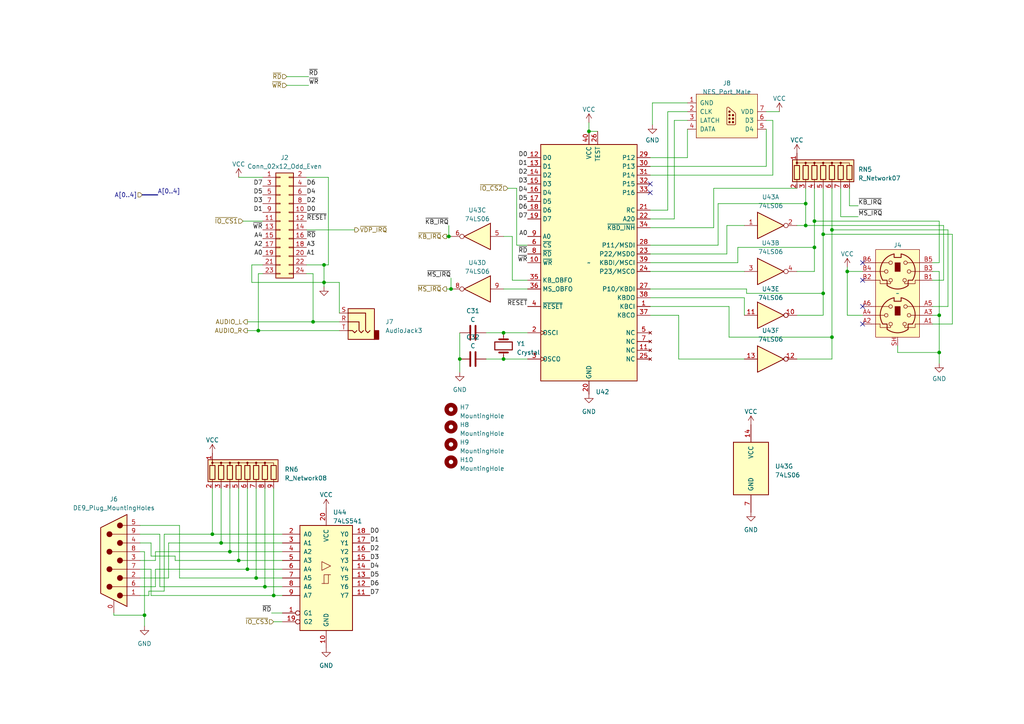
<source format=kicad_sch>
(kicad_sch (version 20230121) (generator eeschema)
  (paper "A4")
  (lib_symbols
    (symbol "74xx:74LS06" (pin_names (offset 1.016))
      (property "Reference" "U" (at 0 1.27 0))
      (property "Value" "74LS06" (at 0 -1.27 0))
      (symbol "74LS06_1_0"
        (polyline (pts (xy -3.81 3.81) (xy -3.81 -3.81) (xy 3.81 0) (xy -3.81 3.81)) (stroke (width 0.254)) (fill (type background)))
        (pin input line (at -7.62 0 0) (length 3.81) (name "~") (number "1"))
        (pin open_collector inverted (at 7.62 0 180) (length 3.81) (name "~") (number "2"))
      )
      (symbol "74LS06_2_0"
        (polyline (pts (xy -3.81 3.81) (xy -3.81 -3.81) (xy 3.81 0) (xy -3.81 3.81)) (stroke (width 0.254)) (fill (type background)))
        (pin input line (at -7.62 0 0) (length 3.81) (name "~") (number "3"))
        (pin open_collector inverted (at 7.62 0 180) (length 3.81) (name "~") (number "4"))
      )
      (symbol "74LS06_3_0"
        (polyline (pts (xy -3.81 3.81) (xy -3.81 -3.81) (xy 3.81 0) (xy -3.81 3.81)) (stroke (width 0.254)) (fill (type background)))
        (pin input line (at -7.62 0 0) (length 3.81) (name "~") (number "5"))
        (pin open_collector inverted (at 7.62 0 180) (length 3.81) (name "~") (number "6"))
      )
      (symbol "74LS06_4_0"
        (polyline (pts (xy -3.81 3.81) (xy -3.81 -3.81) (xy 3.81 0) (xy -3.81 3.81)) (stroke (width 0.254)) (fill (type background)))
        (pin open_collector inverted (at 7.62 0 180) (length 3.81) (name "~") (number "8"))
        (pin input line (at -7.62 0 0) (length 3.81) (name "~") (number "9"))
      )
      (symbol "74LS06_5_0"
        (polyline (pts (xy -3.81 3.81) (xy -3.81 -3.81) (xy 3.81 0) (xy -3.81 3.81)) (stroke (width 0.254)) (fill (type background)))
        (pin open_collector inverted (at 7.62 0 180) (length 3.81) (name "~") (number "10"))
        (pin input line (at -7.62 0 0) (length 3.81) (name "~") (number "11"))
      )
      (symbol "74LS06_6_0"
        (polyline (pts (xy -3.81 3.81) (xy -3.81 -3.81) (xy 3.81 0) (xy -3.81 3.81)) (stroke (width 0.254)) (fill (type background)))
        (pin open_collector inverted (at 7.62 0 180) (length 3.81) (name "~") (number "12"))
        (pin input line (at -7.62 0 0) (length 3.81) (name "~") (number "13"))
      )
      (symbol "74LS06_7_0"
        (pin power_in line (at 0 12.7 270) (length 5.08) (name "VCC") (number "14"))
        (pin power_in line (at 0 -12.7 90) (length 5.08) (name "GND") (number "7"))
      )
      (symbol "74LS06_7_1"
        (rectangle (start -5.08 7.62) (end 5.08 -7.62) (stroke (width 0.254)) (fill (type background)))
      )
    )
    (symbol "74xx:74LS541" (pin_names (offset 1.016))
      (property "Reference" "U" (at -7.62 16.51 0))
      (property "Value" "74LS541" (at -7.62 -16.51 0))
      (symbol "74LS541_1_0"
        (polyline (pts (xy -0.635 -1.6002) (xy -0.635 0.9398) (xy 0.635 0.9398)))
        (polyline (pts (xy -1.27 -1.6002) (xy 0.635 -1.6002) (xy 0.635 0.9398) (xy 1.27 0.9398)))
        (polyline (pts (xy 1.27 3.4798) (xy -1.27 4.7498) (xy -1.27 2.2098) (xy 1.27 3.4798)) (stroke (width 0.1524)))
        (pin input inverted (at -12.7 -10.16 0) (length 5.08) (name "G1") (number "1"))
        (pin power_in line (at 0 -20.32 90) (length 5.08) (name "GND") (number "10"))
        (pin tri_state line (at 12.7 -5.08 180) (length 5.08) (name "Y7") (number "11"))
        (pin tri_state line (at 12.7 -2.54 180) (length 5.08) (name "Y6") (number "12"))
        (pin tri_state line (at 12.7 0 180) (length 5.08) (name "Y5") (number "13"))
        (pin tri_state line (at 12.7 2.54 180) (length 5.08) (name "Y4") (number "14"))
        (pin tri_state line (at 12.7 5.08 180) (length 5.08) (name "Y3") (number "15"))
        (pin tri_state line (at 12.7 7.62 180) (length 5.08) (name "Y2") (number "16"))
        (pin tri_state line (at 12.7 10.16 180) (length 5.08) (name "Y1") (number "17"))
        (pin tri_state line (at 12.7 12.7 180) (length 5.08) (name "Y0") (number "18"))
        (pin input inverted (at -12.7 -12.7 0) (length 5.08) (name "G2") (number "19"))
        (pin input line (at -12.7 12.7 0) (length 5.08) (name "A0") (number "2"))
        (pin power_in line (at 0 20.32 270) (length 5.08) (name "VCC") (number "20"))
        (pin input line (at -12.7 10.16 0) (length 5.08) (name "A1") (number "3"))
        (pin input line (at -12.7 7.62 0) (length 5.08) (name "A2") (number "4"))
        (pin input line (at -12.7 5.08 0) (length 5.08) (name "A3") (number "5"))
        (pin input line (at -12.7 2.54 0) (length 5.08) (name "A4") (number "6"))
        (pin input line (at -12.7 0 0) (length 5.08) (name "A5") (number "7"))
        (pin input line (at -12.7 -2.54 0) (length 5.08) (name "A6") (number "8"))
        (pin input line (at -12.7 -5.08 0) (length 5.08) (name "A7") (number "9"))
      )
      (symbol "74LS541_1_1"
        (rectangle (start -7.62 15.24) (end 7.62 -15.24) (stroke (width 0.254)) (fill (type background)))
      )
    )
    (symbol "Connector:DE9_Plug_MountingHoles" (pin_names (offset 1.016) hide)
      (property "Reference" "J" (at 0 16.51 0))
      (property "Value" "DE9_Plug_MountingHoles" (at 0 14.605 0))
      (symbol "DE9_Plug_MountingHoles_0_1"
        (circle (center -1.778 -10.16) (radius 0.762) (fill (type outline)))
        (circle (center -1.778 -5.08) (radius 0.762) (fill (type outline)))
        (circle (center -1.778 0) (radius 0.762) (fill (type outline)))
        (circle (center -1.778 5.08) (radius 0.762) (fill (type outline)))
        (circle (center -1.778 10.16) (radius 0.762) (fill (type outline)))
        (polyline (pts (xy -3.81 -10.16) (xy -2.54 -10.16)))
        (polyline (pts (xy -3.81 -7.62) (xy 0.508 -7.62)))
        (polyline (pts (xy -3.81 -5.08) (xy -2.54 -5.08)))
        (polyline (pts (xy -3.81 -2.54) (xy 0.508 -2.54)))
        (polyline (pts (xy -3.81 0) (xy -2.54 0)))
        (polyline (pts (xy -3.81 2.54) (xy 0.508 2.54)))
        (polyline (pts (xy -3.81 5.08) (xy -2.54 5.08)))
        (polyline (pts (xy -3.81 7.62) (xy 0.508 7.62)))
        (polyline (pts (xy -3.81 10.16) (xy -2.54 10.16)))
        (polyline (pts (xy -3.81 -13.335) (xy -3.81 13.335) (xy 3.81 9.525) (xy 3.81 -9.525) (xy -3.81 -13.335)) (stroke (width 0.254)) (fill (type background)))
        (circle (center 1.27 -7.62) (radius 0.762) (fill (type outline)))
        (circle (center 1.27 -2.54) (radius 0.762) (fill (type outline)))
        (circle (center 1.27 2.54) (radius 0.762) (fill (type outline)))
        (circle (center 1.27 7.62) (radius 0.762) (fill (type outline)))
      )
      (symbol "DE9_Plug_MountingHoles_1_1"
        (pin passive line (at 0 -15.24 90) (length 3.81) (name "PAD") (number "0"))
        (pin passive line (at -7.62 -10.16 0) (length 3.81) (name "1") (number "1"))
        (pin passive line (at -7.62 -5.08 0) (length 3.81) (name "2") (number "2"))
        (pin passive line (at -7.62 0 0) (length 3.81) (name "3") (number "3"))
        (pin passive line (at -7.62 5.08 0) (length 3.81) (name "4") (number "4"))
        (pin passive line (at -7.62 10.16 0) (length 3.81) (name "5") (number "5"))
        (pin passive line (at -7.62 -7.62 0) (length 3.81) (name "6") (number "6"))
        (pin passive line (at -7.62 -2.54 0) (length 3.81) (name "7") (number "7"))
        (pin passive line (at -7.62 2.54 0) (length 3.81) (name "8") (number "8"))
        (pin passive line (at -7.62 7.62 0) (length 3.81) (name "9") (number "9"))
      )
    )
    (symbol "Connector_Audio:AudioJack3"
      (property "Reference" "J" (at 0 8.89 0))
      (property "Value" "AudioJack3" (at 0 6.35 0))
      (symbol "AudioJack3_0_1"
        (rectangle (start -5.08 -5.08) (end -6.35 -2.54) (stroke (width 0.254)) (fill (type outline)))
        (polyline (pts (xy 0 -2.54) (xy 0.635 -3.175) (xy 1.27 -2.54) (xy 2.54 -2.54)) (stroke (width 0.254)))
        (polyline (pts (xy -1.905 -2.54) (xy -1.27 -3.175) (xy -0.635 -2.54) (xy -0.635 0) (xy 2.54 0)) (stroke (width 0.254)))
        (polyline (pts (xy 2.54 2.54) (xy -2.54 2.54) (xy -2.54 -2.54) (xy -3.175 -3.175) (xy -3.81 -2.54)) (stroke (width 0.254)))
        (rectangle (start 2.54 3.81) (end -5.08 -5.08) (stroke (width 0.254)) (fill (type background)))
      )
      (symbol "AudioJack3_1_1"
        (pin passive line (at 5.08 0 180) (length 2.54) (name "~") (number "R"))
        (pin passive line (at 5.08 2.54 180) (length 2.54) (name "~") (number "S"))
        (pin passive line (at 5.08 -2.54 180) (length 2.54) (name "~") (number "T"))
      )
    )
    (symbol "Connector_Generic:Conn_02x12_Odd_Even" (pin_names (offset 1.016) hide)
      (property "Reference" "J" (at 1.27 15.24 0))
      (property "Value" "Conn_02x12_Odd_Even" (at 1.27 -17.78 0))
      (symbol "Conn_02x12_Odd_Even_1_1"
        (rectangle (start -1.27 -15.113) (end 0 -15.367) (stroke (width 0.1524)))
        (rectangle (start -1.27 -12.573) (end 0 -12.827) (stroke (width 0.1524)))
        (rectangle (start -1.27 -10.033) (end 0 -10.287) (stroke (width 0.1524)))
        (rectangle (start -1.27 -7.493) (end 0 -7.747) (stroke (width 0.1524)))
        (rectangle (start -1.27 -4.953) (end 0 -5.207) (stroke (width 0.1524)))
        (rectangle (start -1.27 -2.413) (end 0 -2.667) (stroke (width 0.1524)))
        (rectangle (start -1.27 0.127) (end 0 -0.127) (stroke (width 0.1524)))
        (rectangle (start -1.27 2.667) (end 0 2.413) (stroke (width 0.1524)))
        (rectangle (start -1.27 5.207) (end 0 4.953) (stroke (width 0.1524)))
        (rectangle (start -1.27 7.747) (end 0 7.493) (stroke (width 0.1524)))
        (rectangle (start -1.27 10.287) (end 0 10.033) (stroke (width 0.1524)))
        (rectangle (start -1.27 12.827) (end 0 12.573) (stroke (width 0.1524)))
        (rectangle (start -1.27 13.97) (end 3.81 -16.51) (stroke (width 0.254)) (fill (type background)))
        (rectangle (start 3.81 -15.113) (end 2.54 -15.367) (stroke (width 0.1524)))
        (rectangle (start 3.81 -12.573) (end 2.54 -12.827) (stroke (width 0.1524)))
        (rectangle (start 3.81 -10.033) (end 2.54 -10.287) (stroke (width 0.1524)))
        (rectangle (start 3.81 -7.493) (end 2.54 -7.747) (stroke (width 0.1524)))
        (rectangle (start 3.81 -4.953) (end 2.54 -5.207) (stroke (width 0.1524)))
        (rectangle (start 3.81 -2.413) (end 2.54 -2.667) (stroke (width 0.1524)))
        (rectangle (start 3.81 0.127) (end 2.54 -0.127) (stroke (width 0.1524)))
        (rectangle (start 3.81 2.667) (end 2.54 2.413) (stroke (width 0.1524)))
        (rectangle (start 3.81 5.207) (end 2.54 4.953) (stroke (width 0.1524)))
        (rectangle (start 3.81 7.747) (end 2.54 7.493) (stroke (width 0.1524)))
        (rectangle (start 3.81 10.287) (end 2.54 10.033) (stroke (width 0.1524)))
        (rectangle (start 3.81 12.827) (end 2.54 12.573) (stroke (width 0.1524)))
        (pin passive line (at -5.08 12.7 0) (length 3.81) (name "Pin_1") (number "1"))
        (pin passive line (at 7.62 2.54 180) (length 3.81) (name "Pin_10") (number "10"))
        (pin passive line (at -5.08 0 0) (length 3.81) (name "Pin_11") (number "11"))
        (pin passive line (at 7.62 0 180) (length 3.81) (name "Pin_12") (number "12"))
        (pin passive line (at -5.08 -2.54 0) (length 3.81) (name "Pin_13") (number "13"))
        (pin passive line (at 7.62 -2.54 180) (length 3.81) (name "Pin_14") (number "14"))
        (pin passive line (at -5.08 -5.08 0) (length 3.81) (name "Pin_15") (number "15"))
        (pin passive line (at 7.62 -5.08 180) (length 3.81) (name "Pin_16") (number "16"))
        (pin passive line (at -5.08 -7.62 0) (length 3.81) (name "Pin_17") (number "17"))
        (pin passive line (at 7.62 -7.62 180) (length 3.81) (name "Pin_18") (number "18"))
        (pin passive line (at -5.08 -10.16 0) (length 3.81) (name "Pin_19") (number "19"))
        (pin passive line (at 7.62 12.7 180) (length 3.81) (name "Pin_2") (number "2"))
        (pin passive line (at 7.62 -10.16 180) (length 3.81) (name "Pin_20") (number "20"))
        (pin passive line (at -5.08 -12.7 0) (length 3.81) (name "Pin_21") (number "21"))
        (pin passive line (at 7.62 -12.7 180) (length 3.81) (name "Pin_22") (number "22"))
        (pin passive line (at -5.08 -15.24 0) (length 3.81) (name "Pin_23") (number "23"))
        (pin passive line (at 7.62 -15.24 180) (length 3.81) (name "Pin_24") (number "24"))
        (pin passive line (at -5.08 10.16 0) (length 3.81) (name "Pin_3") (number "3"))
        (pin passive line (at 7.62 10.16 180) (length 3.81) (name "Pin_4") (number "4"))
        (pin passive line (at -5.08 7.62 0) (length 3.81) (name "Pin_5") (number "5"))
        (pin passive line (at 7.62 7.62 180) (length 3.81) (name "Pin_6") (number "6"))
        (pin passive line (at -5.08 5.08 0) (length 3.81) (name "Pin_7") (number "7"))
        (pin passive line (at 7.62 5.08 180) (length 3.81) (name "Pin_8") (number "8"))
        (pin passive line (at -5.08 2.54 0) (length 3.81) (name "Pin_9") (number "9"))
      )
    )
    (symbol "Device:C" (pin_numbers hide) (pin_names (offset 0.254))
      (property "Reference" "C" (at 0.635 2.54 0))
      (property "Value" "C" (at 0.635 -2.54 0))
      (symbol "C_0_1"
        (polyline (pts (xy -2.032 -0.762) (xy 2.032 -0.762)) (stroke (width 0.508)))
        (polyline (pts (xy -2.032 0.762) (xy 2.032 0.762)) (stroke (width 0.508)))
      )
      (symbol "C_1_1"
        (pin passive line (at 0 3.81 270) (length 2.794) (name "~") (number "1"))
        (pin passive line (at 0 -3.81 90) (length 2.794) (name "~") (number "2"))
      )
    )
    (symbol "Device:Crystal" (pin_numbers hide) (pin_names (offset 1.016) hide)
      (property "Reference" "Y" (at 0 3.81 0))
      (property "Value" "Crystal" (at 0 -3.81 0))
      (symbol "Crystal_0_1"
        (rectangle (start -1.143 2.54) (end 1.143 -2.54) (stroke (width 0.3048)))
        (polyline (pts (xy -2.54 0) (xy -1.905 0)))
        (polyline (pts (xy -1.905 -1.27) (xy -1.905 1.27)) (stroke (width 0.508)))
        (polyline (pts (xy 1.905 -1.27) (xy 1.905 1.27)) (stroke (width 0.508)))
        (polyline (pts (xy 2.54 0) (xy 1.905 0)))
      )
      (symbol "Crystal_1_1"
        (pin passive line (at -3.81 0 0) (length 1.27) (name "1") (number "1"))
        (pin passive line (at 3.81 0 180) (length 1.27) (name "2") (number "2"))
      )
    )
    (symbol "Device:R_Network07" (pin_names (offset 0) hide)
      (property "Reference" "RN" (at -10.16 0 90))
      (property "Value" "R_Network07" (at 10.16 0 90))
      (symbol "R_Network07_0_1"
        (rectangle (start -8.89 -3.175) (end 8.89 3.175) (stroke (width 0.254)) (fill (type background)))
        (rectangle (start -8.382 1.524) (end -6.858 -2.54) (stroke (width 0.254)))
        (circle (center -7.62 2.286) (radius 0.254) (fill (type outline)))
        (rectangle (start -5.842 1.524) (end -4.318 -2.54) (stroke (width 0.254)))
        (circle (center -5.08 2.286) (radius 0.254) (fill (type outline)))
        (rectangle (start -3.302 1.524) (end -1.778 -2.54) (stroke (width 0.254)))
        (circle (center -2.54 2.286) (radius 0.254) (fill (type outline)))
        (rectangle (start -0.762 1.524) (end 0.762 -2.54) (stroke (width 0.254)))
        (polyline (pts (xy -7.62 -2.54) (xy -7.62 -3.81)))
        (polyline (pts (xy -5.08 -2.54) (xy -5.08 -3.81)))
        (polyline (pts (xy -2.54 -2.54) (xy -2.54 -3.81)))
        (polyline (pts (xy 0 -2.54) (xy 0 -3.81)))
        (polyline (pts (xy 2.54 -2.54) (xy 2.54 -3.81)))
        (polyline (pts (xy 5.08 -2.54) (xy 5.08 -3.81)))
        (polyline (pts (xy 7.62 -2.54) (xy 7.62 -3.81)))
        (polyline (pts (xy -7.62 1.524) (xy -7.62 2.286) (xy -5.08 2.286) (xy -5.08 1.524)))
        (polyline (pts (xy -5.08 1.524) (xy -5.08 2.286) (xy -2.54 2.286) (xy -2.54 1.524)))
        (polyline (pts (xy -2.54 1.524) (xy -2.54 2.286) (xy 0 2.286) (xy 0 1.524)))
        (polyline (pts (xy 0 1.524) (xy 0 2.286) (xy 2.54 2.286) (xy 2.54 1.524)))
        (polyline (pts (xy 2.54 1.524) (xy 2.54 2.286) (xy 5.08 2.286) (xy 5.08 1.524)))
        (polyline (pts (xy 5.08 1.524) (xy 5.08 2.286) (xy 7.62 2.286) (xy 7.62 1.524)))
        (circle (center 0 2.286) (radius 0.254) (fill (type outline)))
        (rectangle (start 1.778 1.524) (end 3.302 -2.54) (stroke (width 0.254)))
        (circle (center 2.54 2.286) (radius 0.254) (fill (type outline)))
        (rectangle (start 4.318 1.524) (end 5.842 -2.54) (stroke (width 0.254)))
        (circle (center 5.08 2.286) (radius 0.254) (fill (type outline)))
        (rectangle (start 6.858 1.524) (end 8.382 -2.54) (stroke (width 0.254)))
      )
      (symbol "R_Network07_1_1"
        (pin passive line (at -7.62 5.08 270) (length 2.54) (name "common") (number "1"))
        (pin passive line (at -7.62 -5.08 90) (length 1.27) (name "R1") (number "2"))
        (pin passive line (at -5.08 -5.08 90) (length 1.27) (name "R2") (number "3"))
        (pin passive line (at -2.54 -5.08 90) (length 1.27) (name "R3") (number "4"))
        (pin passive line (at 0 -5.08 90) (length 1.27) (name "R4") (number "5"))
        (pin passive line (at 2.54 -5.08 90) (length 1.27) (name "R5") (number "6"))
        (pin passive line (at 5.08 -5.08 90) (length 1.27) (name "R6") (number "7"))
        (pin passive line (at 7.62 -5.08 90) (length 1.27) (name "R7") (number "8"))
      )
    )
    (symbol "Device:R_Network08" (pin_names (offset 0) hide)
      (property "Reference" "RN" (at -12.7 0 90))
      (property "Value" "R_Network08" (at 10.16 0 90))
      (symbol "R_Network08_0_1"
        (rectangle (start -11.43 -3.175) (end 8.89 3.175) (stroke (width 0.254)) (fill (type background)))
        (rectangle (start -10.922 1.524) (end -9.398 -2.54) (stroke (width 0.254)))
        (circle (center -10.16 2.286) (radius 0.254) (fill (type outline)))
        (rectangle (start -8.382 1.524) (end -6.858 -2.54) (stroke (width 0.254)))
        (circle (center -7.62 2.286) (radius 0.254) (fill (type outline)))
        (rectangle (start -5.842 1.524) (end -4.318 -2.54) (stroke (width 0.254)))
        (circle (center -5.08 2.286) (radius 0.254) (fill (type outline)))
        (rectangle (start -3.302 1.524) (end -1.778 -2.54) (stroke (width 0.254)))
        (circle (center -2.54 2.286) (radius 0.254) (fill (type outline)))
        (rectangle (start -0.762 1.524) (end 0.762 -2.54) (stroke (width 0.254)))
        (polyline (pts (xy -10.16 -2.54) (xy -10.16 -3.81)))
        (polyline (pts (xy -7.62 -2.54) (xy -7.62 -3.81)))
        (polyline (pts (xy -5.08 -2.54) (xy -5.08 -3.81)))
        (polyline (pts (xy -2.54 -2.54) (xy -2.54 -3.81)))
        (polyline (pts (xy 0 -2.54) (xy 0 -3.81)))
        (polyline (pts (xy 2.54 -2.54) (xy 2.54 -3.81)))
        (polyline (pts (xy 5.08 -2.54) (xy 5.08 -3.81)))
        (polyline (pts (xy 7.62 -2.54) (xy 7.62 -3.81)))
        (polyline (pts (xy -10.16 1.524) (xy -10.16 2.286) (xy -7.62 2.286) (xy -7.62 1.524)))
        (polyline (pts (xy -7.62 1.524) (xy -7.62 2.286) (xy -5.08 2.286) (xy -5.08 1.524)))
        (polyline (pts (xy -5.08 1.524) (xy -5.08 2.286) (xy -2.54 2.286) (xy -2.54 1.524)))
        (polyline (pts (xy -2.54 1.524) (xy -2.54 2.286) (xy 0 2.286) (xy 0 1.524)))
        (polyline (pts (xy 0 1.524) (xy 0 2.286) (xy 2.54 2.286) (xy 2.54 1.524)))
        (polyline (pts (xy 2.54 1.524) (xy 2.54 2.286) (xy 5.08 2.286) (xy 5.08 1.524)))
        (polyline (pts (xy 5.08 1.524) (xy 5.08 2.286) (xy 7.62 2.286) (xy 7.62 1.524)))
        (circle (center 0 2.286) (radius 0.254) (fill (type outline)))
        (rectangle (start 1.778 1.524) (end 3.302 -2.54) (stroke (width 0.254)))
        (circle (center 2.54 2.286) (radius 0.254) (fill (type outline)))
        (rectangle (start 4.318 1.524) (end 5.842 -2.54) (stroke (width 0.254)))
        (circle (center 5.08 2.286) (radius 0.254) (fill (type outline)))
        (rectangle (start 6.858 1.524) (end 8.382 -2.54) (stroke (width 0.254)))
      )
      (symbol "R_Network08_1_1"
        (pin passive line (at -10.16 5.08 270) (length 2.54) (name "common") (number "1"))
        (pin passive line (at -10.16 -5.08 90) (length 1.27) (name "R1") (number "2"))
        (pin passive line (at -7.62 -5.08 90) (length 1.27) (name "R2") (number "3"))
        (pin passive line (at -5.08 -5.08 90) (length 1.27) (name "R3") (number "4"))
        (pin passive line (at -2.54 -5.08 90) (length 1.27) (name "R4") (number "5"))
        (pin passive line (at 0 -5.08 90) (length 1.27) (name "R5") (number "6"))
        (pin passive line (at 2.54 -5.08 90) (length 1.27) (name "R6") (number "7"))
        (pin passive line (at 5.08 -5.08 90) (length 1.27) (name "R7") (number "8"))
        (pin passive line (at 7.62 -5.08 90) (length 1.27) (name "R8") (number "9"))
      )
    )
    (symbol "Mechanical:MountingHole" (pin_names (offset 1.016))
      (property "Reference" "H" (at 0 5.08 0))
      (property "Value" "MountingHole" (at 0 3.175 0))
      (symbol "MountingHole_0_1"
        (circle (center 0 0) (radius 1.27) (stroke (width 1.27)))
      )
    )
    (symbol "New_Library:HT6542B"
      (property "Reference" "U" (at 0 0 0))
      (symbol "HT6542B_0_1"
        (rectangle (start -13.97 34.29) (end 13.97 -34.29) (stroke (width 0.254)) (fill (type background)))
      )
      (symbol "HT6542B_1_1"
        (pin input line (at 17.78 -12.7 180) (length 3.81) (name "KBCI") (number "1"))
        (pin input line (at -17.78 0 0) (length 3.81) (name "~{WR}") (number "10"))
        (pin no_connect line (at 17.78 -25.4 180) (length 3.81) (name "NC") (number "11"))
        (pin tri_state line (at -17.78 30.48 0) (length 3.81) (name "D0") (number "12"))
        (pin tri_state line (at -17.78 27.94 0) (length 3.81) (name "D1") (number "13"))
        (pin tri_state line (at -17.78 25.4 0) (length 3.81) (name "D2") (number "14"))
        (pin tri_state line (at -17.78 22.86 0) (length 3.81) (name "D3") (number "15"))
        (pin tri_state line (at -17.78 20.32 0) (length 3.81) (name "D4") (number "16"))
        (pin tri_state line (at -17.78 17.78 0) (length 3.81) (name "D5") (number "17"))
        (pin tri_state line (at -17.78 15.24 0) (length 3.81) (name "D6") (number "18"))
        (pin tri_state line (at -17.78 12.7 0) (length 3.81) (name "D7") (number "19"))
        (pin bidirectional clock (at -17.78 -20.32 0) (length 3.81) (name "OSCI") (number "2"))
        (pin power_in line (at 0 -38.1 90) (length 3.81) (name "GND") (number "20"))
        (pin output line (at 17.78 15.24 180) (length 3.81) (name "RC") (number "21"))
        (pin output line (at 17.78 12.7 180) (length 3.81) (name "A20") (number "22"))
        (pin bidirectional line (at 17.78 2.54 180) (length 3.81) (name "P22/MSDO") (number "23"))
        (pin bidirectional line (at 17.78 -2.54 180) (length 3.81) (name "P23/MSCO") (number "24"))
        (pin no_connect line (at 17.78 -27.94 180) (length 3.81) (name "NC") (number "25"))
        (pin input line (at 2.54 38.1 270) (length 3.81) (name "TEST") (number "26"))
        (pin bidirectional line (at 17.78 -7.62 180) (length 3.81) (name "P10/KBDI") (number "27"))
        (pin bidirectional line (at 17.78 5.08 180) (length 3.81) (name "P11/MSDI") (number "28"))
        (pin bidirectional line (at 17.78 30.48 180) (length 3.81) (name "P12") (number "29"))
        (pin bidirectional clock (at -17.78 -27.94 0) (length 3.81) (name "OSCO") (number "3"))
        (pin bidirectional line (at 17.78 27.94 180) (length 3.81) (name "P13") (number "30"))
        (pin bidirectional line (at 17.78 25.4 180) (length 3.81) (name "P14") (number "31"))
        (pin bidirectional line (at 17.78 22.86 180) (length 3.81) (name "P15") (number "32"))
        (pin bidirectional line (at 17.78 20.32 180) (length 3.81) (name "P16") (number "33"))
        (pin input line (at 17.78 10.16 180) (length 3.81) (name "~{KBD_INH}") (number "34"))
        (pin output line (at -17.78 -5.08 0) (length 3.81) (name "KB_OBFO") (number "35"))
        (pin output line (at -17.78 -7.62 0) (length 3.81) (name "MS_OBFO") (number "36"))
        (pin output line (at 17.78 -15.24 180) (length 3.81) (name "KBCO") (number "37"))
        (pin output line (at 17.78 -10.16 180) (length 3.81) (name "KBDO") (number "38"))
        (pin input line (at 17.78 0 180) (length 3.81) (name "KBDI/MSCI") (number "39"))
        (pin input line (at -17.78 -12.7 0) (length 3.81) (name "~{RESET}") (number "4"))
        (pin power_in line (at 0 38.1 270) (length 3.81) (name "VCC") (number "40"))
        (pin no_connect line (at 17.78 -20.32 180) (length 3.81) (name "NC") (number "5"))
        (pin input line (at -17.78 5.08 0) (length 3.81) (name "~{CS}") (number "6"))
        (pin no_connect line (at 17.78 -22.86 180) (length 3.81) (name "NC") (number "7"))
        (pin input line (at -17.78 2.54 0) (length 3.81) (name "~{RD}") (number "8"))
        (pin input line (at -17.78 7.62 0) (length 3.81) (name "A0") (number "9"))
      )
    )
    (symbol "New_Library:NES_Port_Male" (pin_names (offset 1.016))
      (property "Reference" "J" (at 0.254 -7.747 0))
      (property "Value" "NES_Port_Male" (at 0 8.255 0))
      (symbol "NES_Port_Male_0_1"
        (rectangle (start -8.89 6.35) (end 8.89 -6.35) (fill (type background)))
        (arc (start 0 -2.286) (mid 0.0744 -2.4656) (end 0.254 -2.54))
        (polyline (pts (xy 0 -2.286) (xy 0 2.286)) (fill (type outline)))
        (polyline (pts (xy 0.254 -2.54) (xy 2.286 -2.54)))
        (polyline (pts (xy 0.508 2.54) (xy 2.286 1.016)))
        (polyline (pts (xy 2.54 0.508) (xy 2.54 -2.286)))
        (arc (start 0.508 2.54) (mid 0.193 2.5351) (end 0 2.286))
        (circle (center 0.762 -1.778) (radius 0.254) (fill (type outline)))
        (circle (center 0.762 -0.762) (radius 0.254) (fill (type outline)))
        (circle (center 0.762 0.254) (radius 0.254) (fill (type outline)))
        (circle (center 0.762 1.27) (radius 0.254) (fill (type outline)))
        (circle (center 1.778 -1.778) (radius 0.254) (fill (type outline)))
        (circle (center 1.778 -0.762) (radius 0.254) (fill (type outline)))
        (circle (center 1.778 0.254) (radius 0.254) (fill (type outline)))
        (arc (start 2.286 -2.54) (mid 2.4656 -2.4656) (end 2.54 -2.286))
        (arc (start 2.54 0.508) (mid 2.473 0.792) (end 2.286 1.016))
      )
      (symbol "NES_Port_Male_1_1"
        (pin passive line (at -11.43 3.81 0) (length 2.54) (name "GND") (number "1"))
        (pin passive line (at -11.43 1.27 0) (length 2.54) (name "CLK") (number "2"))
        (pin passive line (at -11.43 -1.27 0) (length 2.54) (name "LATCH") (number "3"))
        (pin passive line (at -11.43 -3.81 0) (length 2.54) (name "DATA") (number "4"))
        (pin passive line (at 11.43 -3.81 180) (length 2.54) (name "D4") (number "5"))
        (pin passive line (at 11.43 -1.27 180) (length 2.54) (name "D3") (number "6"))
        (pin passive line (at 11.43 1.27 180) (length 2.54) (name "VDD") (number "7"))
      )
    )
    (symbol "New_Library:double_mini-DIN_6"
      (property "Reference" "J" (at 0 13.97 0))
      (symbol "double_mini-DIN_6_0_1"
        (circle (center -3.302 -6.35) (radius 0.508))
        (circle (center -3.302 6.35) (radius 0.508))
        (arc (start -3.048 -10.414) (mid 0 -11.43) (end 3.048 -10.414) (stroke (width 0.254)))
        (arc (start -3.048 2.286) (mid 0 1.27) (end 3.048 2.286) (stroke (width 0.254)))
        (circle (center -2.032 -8.89) (radius 0.508))
        (circle (center -2.032 -3.81) (radius 0.508))
        (circle (center -2.032 3.81) (radius 0.508))
        (circle (center -2.032 8.89) (radius 0.508))
        (arc (start -1.016 -1.27) (mid -4.6241 -4.2319) (end -4.318 -8.89) (stroke (width 0.254)))
        (arc (start -1.016 11.43) (mid -4.6241 8.4681) (end -4.318 3.81) (stroke (width 0.254)))
        (rectangle (start -0.762 -3.81) (end 0.762 -6.35) (fill (type outline)))
        (rectangle (start -0.762 8.89) (end 0.762 6.35) (fill (type outline)))
        (polyline (pts (xy -7.62 -8.89) (xy -5.08 -8.89)))
        (polyline (pts (xy -7.62 3.81) (xy -5.08 3.81)))
        (polyline (pts (xy -3.81 -6.35) (xy -7.62 -6.35)))
        (polyline (pts (xy -3.81 6.35) (xy -7.62 6.35)))
        (polyline (pts (xy -2.54 -3.81) (xy -7.62 -3.81)))
        (polyline (pts (xy -2.54 8.89) (xy -7.62 8.89)))
        (polyline (pts (xy 2.794 -3.81) (xy 7.62 -3.81)))
        (polyline (pts (xy 2.794 8.89) (xy 7.62 8.89)))
        (polyline (pts (xy 5.08 -8.89) (xy 7.62 -8.89)))
        (polyline (pts (xy 5.08 3.81) (xy 7.62 3.81)))
        (polyline (pts (xy 7.62 -6.35) (xy 3.81 -6.35)))
        (polyline (pts (xy 7.62 6.35) (xy 3.81 6.35)))
        (polyline (pts (xy -4.318 -8.89) (xy -3.048 -8.89) (xy -3.048 -10.414)) (stroke (width 0.254)))
        (polyline (pts (xy -4.318 3.81) (xy -3.048 3.81) (xy -3.048 2.286)) (stroke (width 0.254)))
        (polyline (pts (xy 4.318 -8.89) (xy 3.048 -8.89) (xy 3.048 -10.414)) (stroke (width 0.254)))
        (polyline (pts (xy 4.318 3.81) (xy 3.048 3.81) (xy 3.048 2.286)) (stroke (width 0.254)))
        (polyline (pts (xy -2.032 -9.398) (xy -2.032 -9.906) (xy -5.08 -9.906) (xy -5.08 -8.89)))
        (polyline (pts (xy -2.032 3.302) (xy -2.032 2.794) (xy -5.08 2.794) (xy -5.08 3.81)))
        (polyline (pts (xy -1.016 -1.27) (xy -1.016 -2.286) (xy 1.016 -2.286) (xy 1.016 -1.27)) (stroke (width 0.254)))
        (polyline (pts (xy -1.016 11.43) (xy -1.016 10.414) (xy 1.016 10.414) (xy 1.016 11.43)) (stroke (width 0.254)))
        (polyline (pts (xy 2.032 -9.398) (xy 2.032 -9.906) (xy 5.08 -9.906) (xy 5.08 -8.89)))
        (polyline (pts (xy 2.032 3.302) (xy 2.032 2.794) (xy 5.08 2.794) (xy 5.08 3.81)))
        (circle (center 2.032 -8.89) (radius 0.508))
        (circle (center 2.032 3.81) (radius 0.508))
        (circle (center 2.286 -3.81) (radius 0.508))
        (circle (center 2.286 8.89) (radius 0.508))
        (circle (center 3.302 -6.35) (radius 0.508))
        (circle (center 3.302 6.35) (radius 0.508))
        (arc (start 4.318 -8.89) (mid 4.6646 -4.2143) (end 1.016 -1.27) (stroke (width 0.254)))
        (arc (start 4.318 3.81) (mid 4.6646 8.4857) (end 1.016 11.43) (stroke (width 0.254)))
      )
      (symbol "double_mini-DIN_6_1_1"
        (rectangle (start -6.35 12.7) (end 6.35 -12.7) (fill (type background)))
        (pin passive line (at 10.16 -8.89 180) (length 2.54) (name "~") (number "A1"))
        (pin passive line (at -10.16 -8.89 0) (length 2.54) (name "~") (number "A2"))
        (pin passive line (at 10.16 -6.35 180) (length 2.54) (name "~") (number "A3"))
        (pin passive line (at -10.16 -6.35 0) (length 2.54) (name "~") (number "A4"))
        (pin passive line (at 10.16 -3.81 180) (length 2.54) (name "~") (number "A5"))
        (pin passive line (at -10.16 -3.81 0) (length 2.54) (name "~") (number "A6"))
        (pin passive line (at 10.16 3.81 180) (length 2.54) (name "~") (number "B1"))
        (pin passive line (at -10.16 3.81 0) (length 2.54) (name "~") (number "B2"))
        (pin passive line (at 10.16 6.35 180) (length 2.54) (name "~") (number "B3"))
        (pin passive line (at -10.16 6.35 0) (length 2.54) (name "~") (number "B4"))
        (pin passive line (at 10.16 8.89 180) (length 2.54) (name "~") (number "B5"))
        (pin passive line (at -10.16 8.89 0) (length 2.54) (name "~") (number "B6"))
        (pin passive line (at 0 -15.24 90) (length 2.54) (name "") (number "SH"))
      )
    )
    (symbol "power:GND" (power) (pin_names (offset 0))
      (property "Value" "GND" (at 0 -3.81 0))
      (symbol "GND_0_1"
        (polyline (pts (xy 0 0) (xy 0 -1.27) (xy 1.27 -1.27) (xy 0 -2.54) (xy -1.27 -1.27) (xy 0 -1.27)))
      )
      (symbol "GND_1_1"
        (pin power_in line (at 0 0 270) (length 0) hide (name "GND") (number "1"))
      )
    )
    (symbol "power:VCC" (power) (pin_names (offset 0))
      (property "Value" "VCC" (at 0 3.81 0))
      (symbol "VCC_0_1"
        (polyline (pts (xy -0.762 1.27) (xy 0 2.54)))
        (polyline (pts (xy 0 0) (xy 0 2.54)))
        (polyline (pts (xy 0 2.54) (xy 0.762 1.27)))
      )
      (symbol "VCC_1_1"
        (pin power_in line (at 0 0 90) (length 0) hide (name "VCC") (number "1"))
      )
    )
  )
  (junction (at 241.3 97.79))
  (junction (at 236.22 64.135))
  (junction (at 66.675 160.02))
  (junction (at 74.93 95.885))
  (junction (at 76.835 170.18))
  (junction (at 79.375 172.72))
  (junction (at 272.415 91.44))
  (junction (at 272.415 102.235))
  (junction (at 146.05 104.14))
  (junction (at 69.215 162.56))
  (junction (at 41.91 178.435))
  (junction (at 170.815 38.1))
  (junction (at 74.295 167.64))
  (junction (at 133.35 104.14))
  (junction (at 233.68 59.055))
  (junction (at 61.595 154.94))
  (junction (at 238.76 67.945))
  (junction (at 146.05 96.52))
  (junction (at 93.98 81.915))
  (junction (at 245.745 78.74))
  (junction (at 238.76 85.09))
  (junction (at 236.22 71.755))
  (junction (at 130.175 68.58))
  (junction (at 64.135 157.48))
  (junction (at 233.68 65.405))
  (junction (at 71.755 165.1))
  (junction (at 241.3 66.675))
  (junction (at 90.805 93.345))
  (junction (at 130.81 83.82))
  (junction (at 93.98 76.835))
  (no_connect (at 250.19 76.2))
  (no_connect (at 250.19 93.98))
  (no_connect (at 188.595 53.34))
  (no_connect (at 188.595 55.88))
  (no_connect (at 250.19 81.28))
  (no_connect (at 250.19 88.9))
  (wire (pts (xy 43.815 157.48) (xy 43.815 161.29)))
  (wire (pts (xy 195.58 63.5) (xy 195.58 34.925)))
  (wire (pts (xy 71.755 95.885) (xy 74.93 95.885)))
  (wire (pts (xy 130.175 68.58) (xy 130.81 68.58)))
  (wire (pts (xy 241.3 66.675) (xy 274.955 66.675)))
  (wire (pts (xy 47.625 154.94) (xy 61.595 154.94)))
  (wire (pts (xy 93.98 76.835) (xy 95.25 76.835)))
  (wire (pts (xy 45.085 165.1) (xy 71.755 165.1)))
  (wire (pts (xy 188.595 76.2) (xy 213.995 76.2)))
  (wire (pts (xy 50.8 161.29) (xy 50.8 162.56)))
  (wire (pts (xy 188.595 83.82) (xy 216.535 83.82)))
  (wire (pts (xy 48.895 157.48) (xy 64.135 157.48)))
  (wire (pts (xy 79.375 180.34) (xy 81.915 180.34)))
  (wire (pts (xy 224.155 50.8) (xy 224.155 34.925)))
  (wire (pts (xy 188.595 45.72) (xy 199.39 45.72)))
  (wire (pts (xy 46.355 170.18) (xy 76.835 170.18)))
  (wire (pts (xy 61.595 154.94) (xy 81.915 154.94)))
  (wire (pts (xy 236.22 64.135) (xy 272.415 64.135)))
  (wire (pts (xy 40.64 167.64) (xy 48.895 167.64)))
  (wire (pts (xy 79.375 172.72) (xy 81.915 172.72)))
  (wire (pts (xy 189.23 29.845) (xy 189.23 36.195)))
  (wire (pts (xy 41.91 160.02) (xy 41.91 178.435)))
  (wire (pts (xy 215.9 86.36) (xy 215.9 91.44)))
  (wire (pts (xy 245.745 77.47) (xy 245.745 78.74)))
  (wire (pts (xy 238.76 67.945) (xy 238.76 85.09)))
  (wire (pts (xy 76.2 76.835) (xy 73.025 76.835)))
  (wire (pts (xy 93.98 76.835) (xy 93.98 81.915)))
  (wire (pts (xy 33.02 178.435) (xy 33.02 177.8)))
  (wire (pts (xy 236.22 78.74) (xy 231.14 78.74)))
  (wire (pts (xy 76.2 79.375) (xy 74.93 79.375)))
  (wire (pts (xy 188.595 60.96) (xy 193.675 60.96)))
  (wire (pts (xy 224.155 34.925) (xy 222.25 34.925)))
  (wire (pts (xy 66.675 141.605) (xy 66.675 160.02)))
  (wire (pts (xy 188.595 48.26) (xy 222.25 48.26)))
  (wire (pts (xy 76.835 170.18) (xy 81.915 170.18)))
  (wire (pts (xy 199.39 45.72) (xy 199.39 37.465)))
  (wire (pts (xy 40.64 162.56) (xy 45.085 162.56)))
  (wire (pts (xy 43.18 171.45) (xy 43.18 172.72)))
  (wire (pts (xy 148.59 81.28) (xy 148.59 68.58)))
  (wire (pts (xy 188.595 86.36) (xy 215.9 86.36)))
  (wire (pts (xy 188.595 91.44) (xy 196.85 91.44)))
  (wire (pts (xy 245.745 78.74) (xy 250.19 78.74)))
  (wire (pts (xy 207.01 66.04) (xy 207.01 54.61)))
  (wire (pts (xy 245.745 78.74) (xy 245.745 91.44)))
  (wire (pts (xy 149.86 54.61) (xy 149.86 71.12)))
  (wire (pts (xy 195.58 34.925) (xy 199.39 34.925)))
  (wire (pts (xy 193.675 60.96) (xy 193.675 32.385)))
  (wire (pts (xy 130.81 80.645) (xy 130.81 83.82)))
  (wire (pts (xy 61.595 141.605) (xy 61.595 154.94)))
  (wire (pts (xy 140.97 104.14) (xy 146.05 104.14)))
  (wire (pts (xy 88.9 76.835) (xy 93.98 76.835)))
  (wire (pts (xy 64.135 157.48) (xy 81.915 157.48)))
  (wire (pts (xy 196.85 104.14) (xy 215.9 104.14)))
  (bus (pts (xy 41.275 56.515) (xy 45.72 56.515)))
  (wire (pts (xy 270.51 88.9) (xy 274.955 88.9)))
  (wire (pts (xy 233.68 59.055) (xy 233.68 65.405)))
  (wire (pts (xy 272.415 102.235) (xy 272.415 105.41)))
  (wire (pts (xy 133.35 104.14) (xy 133.35 107.95)))
  (wire (pts (xy 270.51 93.98) (xy 276.225 93.98)))
  (wire (pts (xy 222.25 32.385) (xy 226.06 32.385)))
  (wire (pts (xy 274.955 88.9) (xy 274.955 66.675)))
  (wire (pts (xy 238.76 91.44) (xy 231.14 91.44)))
  (wire (pts (xy 188.595 78.74) (xy 215.9 78.74)))
  (wire (pts (xy 40.64 154.94) (xy 46.355 154.94)))
  (wire (pts (xy 88.9 66.675) (xy 102.87 66.675)))
  (wire (pts (xy 78.74 177.8) (xy 81.915 177.8)))
  (wire (pts (xy 43.815 172.72) (xy 79.375 172.72)))
  (wire (pts (xy 148.59 68.58) (xy 146.05 68.58)))
  (wire (pts (xy 95.25 51.435) (xy 95.25 76.835)))
  (wire (pts (xy 213.995 71.755) (xy 236.22 71.755)))
  (wire (pts (xy 69.215 51.435) (xy 76.2 51.435)))
  (wire (pts (xy 211.455 97.79) (xy 241.3 97.79)))
  (wire (pts (xy 146.05 96.52) (xy 153.035 96.52)))
  (wire (pts (xy 238.76 67.945) (xy 276.225 67.945)))
  (wire (pts (xy 83.185 24.765) (xy 89.535 24.765)))
  (wire (pts (xy 88.9 51.435) (xy 95.25 51.435)))
  (wire (pts (xy 46.355 154.94) (xy 46.355 170.18)))
  (wire (pts (xy 243.84 62.865) (xy 248.92 62.865)))
  (wire (pts (xy 90.805 93.345) (xy 98.425 93.345)))
  (wire (pts (xy 98.425 90.805) (xy 98.425 81.915)))
  (wire (pts (xy 43.18 172.72) (xy 40.64 172.72)))
  (wire (pts (xy 188.595 73.66) (xy 210.82 73.66)))
  (wire (pts (xy 88.9 79.375) (xy 90.805 79.375)))
  (wire (pts (xy 248.92 59.69) (xy 246.38 59.69)))
  (wire (pts (xy 260.35 102.235) (xy 272.415 102.235)))
  (wire (pts (xy 45.085 160.02) (xy 66.675 160.02)))
  (wire (pts (xy 188.595 63.5) (xy 195.58 63.5)))
  (wire (pts (xy 208.28 59.055) (xy 233.68 59.055)))
  (wire (pts (xy 188.595 88.9) (xy 211.455 88.9)))
  (wire (pts (xy 196.85 91.44) (xy 196.85 104.14)))
  (wire (pts (xy 236.22 71.755) (xy 236.22 78.74)))
  (wire (pts (xy 233.68 65.405) (xy 231.14 65.405)))
  (wire (pts (xy 41.91 178.435) (xy 33.02 178.435)))
  (wire (pts (xy 193.675 32.385) (xy 199.39 32.385)))
  (wire (pts (xy 93.98 81.915) (xy 93.98 83.185)))
  (wire (pts (xy 170.815 38.1) (xy 173.355 38.1)))
  (wire (pts (xy 74.295 141.605) (xy 74.295 167.64)))
  (wire (pts (xy 270.51 78.74) (xy 272.415 78.74)))
  (wire (pts (xy 74.295 167.64) (xy 81.915 167.64)))
  (wire (pts (xy 74.93 95.885) (xy 74.93 79.375)))
  (wire (pts (xy 233.68 65.405) (xy 273.685 65.405)))
  (wire (pts (xy 246.38 59.69) (xy 246.38 54.61)))
  (wire (pts (xy 245.745 91.44) (xy 250.19 91.44)))
  (wire (pts (xy 270.51 91.44) (xy 272.415 91.44)))
  (wire (pts (xy 222.25 48.26) (xy 222.25 37.465)))
  (wire (pts (xy 243.84 54.61) (xy 243.84 62.865)))
  (wire (pts (xy 153.035 83.82) (xy 146.05 83.82)))
  (wire (pts (xy 188.595 71.12) (xy 208.28 71.12)))
  (wire (pts (xy 270.51 76.2) (xy 272.415 76.2)))
  (wire (pts (xy 73.025 76.835) (xy 73.025 81.915)))
  (wire (pts (xy 129.54 83.82) (xy 130.81 83.82)))
  (wire (pts (xy 236.22 64.135) (xy 236.22 71.755)))
  (wire (pts (xy 208.28 71.12) (xy 208.28 59.055)))
  (wire (pts (xy 216.535 83.82) (xy 216.535 85.09)))
  (wire (pts (xy 149.86 71.12) (xy 153.035 71.12)))
  (wire (pts (xy 129.54 68.58) (xy 130.175 68.58)))
  (wire (pts (xy 47.625 171.45) (xy 43.18 171.45)))
  (wire (pts (xy 272.415 64.135) (xy 272.415 76.2)))
  (wire (pts (xy 207.01 54.61) (xy 231.14 54.61)))
  (wire (pts (xy 71.755 93.345) (xy 90.805 93.345)))
  (wire (pts (xy 52.07 167.64) (xy 74.295 167.64)))
  (wire (pts (xy 238.76 85.09) (xy 238.76 91.44)))
  (wire (pts (xy 146.05 104.14) (xy 153.035 104.14)))
  (wire (pts (xy 210.82 65.405) (xy 210.82 73.66)))
  (wire (pts (xy 238.76 54.61) (xy 238.76 67.945)))
  (wire (pts (xy 40.64 157.48) (xy 43.815 157.48)))
  (wire (pts (xy 272.415 91.44) (xy 272.415 102.235)))
  (wire (pts (xy 241.3 54.61) (xy 241.3 66.675)))
  (wire (pts (xy 241.3 97.79) (xy 241.3 104.14)))
  (wire (pts (xy 79.375 141.605) (xy 79.375 172.72)))
  (wire (pts (xy 140.97 96.52) (xy 146.05 96.52)))
  (wire (pts (xy 273.685 65.405) (xy 273.685 81.28)))
  (wire (pts (xy 45.085 170.18) (xy 45.085 165.1)))
  (wire (pts (xy 40.64 152.4) (xy 52.07 152.4)))
  (wire (pts (xy 52.07 152.4) (xy 52.07 167.64)))
  (wire (pts (xy 43.815 161.29) (xy 50.8 161.29)))
  (wire (pts (xy 233.68 54.61) (xy 233.68 59.055)))
  (wire (pts (xy 260.35 100.33) (xy 260.35 102.235)))
  (wire (pts (xy 241.3 66.675) (xy 241.3 97.79)))
  (wire (pts (xy 70.485 64.135) (xy 76.2 64.135)))
  (wire (pts (xy 45.085 162.56) (xy 45.085 160.02)))
  (wire (pts (xy 241.3 104.14) (xy 231.14 104.14)))
  (wire (pts (xy 76.835 141.605) (xy 76.835 170.18)))
  (wire (pts (xy 147.32 54.61) (xy 149.86 54.61)))
  (wire (pts (xy 50.8 162.56) (xy 69.215 162.56)))
  (wire (pts (xy 153.035 81.28) (xy 148.59 81.28)))
  (wire (pts (xy 71.755 165.1) (xy 81.915 165.1)))
  (wire (pts (xy 213.995 76.2) (xy 213.995 71.755)))
  (wire (pts (xy 90.805 93.345) (xy 90.805 79.375)))
  (wire (pts (xy 211.455 88.9) (xy 211.455 97.79)))
  (wire (pts (xy 170.815 35.56) (xy 170.815 38.1)))
  (wire (pts (xy 71.755 141.605) (xy 71.755 165.1)))
  (wire (pts (xy 40.64 160.02) (xy 41.91 160.02)))
  (wire (pts (xy 48.895 157.48) (xy 48.895 167.64)))
  (wire (pts (xy 64.135 141.605) (xy 64.135 157.48)))
  (wire (pts (xy 189.23 29.845) (xy 199.39 29.845)))
  (wire (pts (xy 47.625 154.94) (xy 47.625 171.45)))
  (wire (pts (xy 98.425 81.915) (xy 93.98 81.915)))
  (wire (pts (xy 69.215 141.605) (xy 69.215 162.56)))
  (wire (pts (xy 188.595 66.04) (xy 207.01 66.04)))
  (wire (pts (xy 272.415 78.74) (xy 272.415 91.44)))
  (wire (pts (xy 40.64 170.18) (xy 45.085 170.18)))
  (wire (pts (xy 73.025 81.915) (xy 93.98 81.915)))
  (wire (pts (xy 236.22 54.61) (xy 236.22 64.135)))
  (wire (pts (xy 270.51 81.28) (xy 273.685 81.28)))
  (wire (pts (xy 216.535 85.09) (xy 238.76 85.09)))
  (wire (pts (xy 69.215 162.56) (xy 81.915 162.56)))
  (wire (pts (xy 40.64 165.1) (xy 43.815 165.1)))
  (wire (pts (xy 210.82 65.405) (xy 215.9 65.405)))
  (wire (pts (xy 188.595 50.8) (xy 224.155 50.8)))
  (wire (pts (xy 66.675 160.02) (xy 81.915 160.02)))
  (wire (pts (xy 43.815 165.1) (xy 43.815 172.72)))
  (wire (pts (xy 83.185 22.225) (xy 89.535 22.225)))
  (wire (pts (xy 130.175 65.405) (xy 130.175 68.58)))
  (wire (pts (xy 276.225 93.98) (xy 276.225 67.945)))
  (wire (pts (xy 41.91 178.435) (xy 41.91 181.61)))
  (wire (pts (xy 133.35 96.52) (xy 133.35 104.14)))
  (wire (pts (xy 74.93 95.885) (xy 98.425 95.885)))
  (label "A4" (at 76.2 69.215 180))
  (label "A3" (at 88.9 71.755 0))
  (label "~{KB_IRQ}" (at 248.92 59.69 0))
  (label "D2" (at 107.315 160.02 0))
  (label "D6" (at 153.035 60.96 180))
  (label "D2" (at 88.9 59.055 0))
  (label "A0" (at 76.2 74.295 180))
  (label "~{MS_IRQ}" (at 248.92 62.865 0))
  (label "D5" (at 107.315 167.64 0))
  (label "~{RESET}" (at 153.035 88.9 180))
  (label "D1" (at 107.315 157.48 0))
  (label "D4" (at 153.035 55.88 180))
  (label "~{WR}" (at 89.535 24.765 0))
  (label "D7" (at 153.035 63.5 180))
  (label "D3" (at 76.2 59.055 180))
  (label "~{WR}" (at 76.2 66.675 180))
  (label "D0" (at 88.9 61.595 0))
  (label "~{RD}" (at 153.035 73.66 180))
  (label "~{RD}" (at 89.535 22.225 0))
  (label "~{WR}" (at 153.035 76.2 180))
  (label "D4" (at 107.315 165.1 0))
  (label "A0" (at 153.035 68.58 180))
  (label "D5" (at 76.2 56.515 180))
  (label "A1" (at 88.9 74.295 0))
  (label "A2" (at 76.2 71.755 180))
  (label "~{RESET}" (at 88.9 64.135 0))
  (label "D0" (at 107.315 154.94 0))
  (label "D0" (at 153.035 45.72 180))
  (label "D3" (at 153.035 53.34 180))
  (label "D6" (at 88.9 53.975 0))
  (label "~{RD}" (at 78.74 177.8 180))
  (label "D1" (at 153.035 48.26 180))
  (label "D7" (at 107.315 172.72 0))
  (label "~{KB_IRQ}" (at 130.175 65.405 180))
  (label "D7" (at 76.2 53.975 180))
  (label "D3" (at 107.315 162.56 0))
  (label "~{MS_IRQ}" (at 130.81 80.645 180))
  (label "D2" (at 153.035 50.8 180))
  (label "D1" (at 76.2 61.595 180))
  (label "~{RD}" (at 88.9 69.215 0))
  (label "A[0..4]" (at 45.72 56.515 0))
  (label "D5" (at 153.035 58.42 180))
  (label "D6" (at 107.315 170.18 0))
  (label "D4" (at 88.9 56.515 0))
  (hierarchical_label "~{IO_CS1}" (shape input) (at 70.485 64.135 180))
  (hierarchical_label "~{RD}" (shape input) (at 83.185 22.225 180))
  (hierarchical_label "AUDIO_L" (shape output) (at 71.755 93.345 180))
  (hierarchical_label "A[0..4]" (shape input) (at 41.275 56.515 180))
  (hierarchical_label "~{WR}" (shape input) (at 83.185 24.765 180))
  (hierarchical_label "~{MS_IRQ}" (shape output) (at 129.54 83.82 180))
  (hierarchical_label "AUDIO_R" (shape output) (at 71.755 95.885 180))
  (hierarchical_label "~{VDP_IRQ}" (shape output) (at 102.87 66.675 0))
  (hierarchical_label "~{IO_CS2}" (shape input) (at 147.32 54.61 180))
  (hierarchical_label "~{KB_IRQ}" (shape output) (at 129.54 68.58 180))
  (hierarchical_label "~{IO_CS3}" (shape input) (at 79.375 180.34 180))
  (symbol (lib_id "New_Library:double_mini-DIN_6") (at 260.35 85.09 0) (unit 1)
    (property "Reference" "J4" (at 260.35 71.12 0))
    (property "Value" "~" (at 260.35 85.09 0))
    (property "Footprint" "Library:Connector_double_mini-DIN_6" (effects hide))
  )
  (symbol (lib_id "power:GND") (at 217.805 148.59 0) (unit 1)
    (property "Reference" "#PWR036" (effects hide))
    (property "Value" "GND" (at 217.805 153.67 0))
    (instances (project "HEC1" (path "" (reference "#PWR036") (unit 1)) (path "" (reference "#PWR0119") (unit 1)) (path "" (reference "#PWR0118") (unit 1))))
  )
  (symbol (lib_id "power:VCC") (at 231.14 44.45 0) (unit 1)
    (property "Reference" "#PWR0118" (effects hide))
    (property "Value" "VCC" (at 231.14 40.64 0))
    (instances (project "HEC1" (path "" (reference "#PWR0118") (unit 1)) (path "" (reference "#PWR0116") (unit 1))))
  )
  (symbol (lib_id "Device:C") (at 137.16 96.52 90) (mirror x) (unit 1)
    (property "Reference" "C31" (at 137.16 90.17 90))
    (property "Value" "C" (at 137.16 92.71 90))
    (property "Footprint" "Capacitor_THT:C_Disc_D3.4mm_W2.1mm_P2.50mm" (effects hide))
  )
  (symbol (lib_id "power:VCC") (at 94.615 147.32 0) (unit 1)
    (property "Reference" "#PWR0114" (effects hide))
    (property "Value" "VCC" (at 94.615 143.51 0))
    (instances (project "HEC1" (path "" (reference "#PWR0114") (unit 1)) (path "" (reference "#PWR0123") (unit 1))))
  )
  (symbol (lib_id "power:GND") (at 272.415 105.41 0) (unit 1)
    (property "Reference" "#PWR0117" (effects hide))
    (property "Value" "GND" (at 272.415 109.855 0))
    (instances (project "HEC1" (path "" (reference "#PWR0117") (unit 1)) (path "" (reference "#PWR0120") (unit 1))))
  )
  (symbol (lib_id "power:GND") (at 93.98 83.185 0) (unit 1)
    (property "Reference" "#PWR086" (effects hide))
    (property "Value" "GND" (effects hide))
    (instances (project "HEC1" (path "" (reference "#PWR086") (unit 1)) (path "" (reference "#PWR087") (unit 1))))
  )
  (symbol (lib_id "power:GND") (at 170.815 114.3 0) (unit 1)
    (property "Reference" "#PWR036" (effects hide))
    (property "Value" "GND" (at 170.815 119.38 0))
    (instances (project "HEC1" (path "" (reference "#PWR036") (unit 1)) (path "" (reference "#PWR0115") (unit 1)) (path "" (reference "#PWR0115") (unit 1))))
  )
  (symbol (lib_id "Device:R_Network08") (at 71.755 136.525 0) (unit 1)
    (property "Reference" "RN6" (at 82.55 136.144 0) (effects (justify left)))
    (property "Value" "R_Network08" (at 82.55 138.684 0) (effects (justify left)))
    (property "Footprint" "Resistor_THT:R_Array_SIP9" (effects hide))
    (property "Datasheet" "http://www.vishay.com/docs/31509/csc.pdf" (effects hide))
  )
  (symbol (lib_id "Device:R_Network07") (at 238.76 49.53 0) (unit 1)
    (property "Reference" "RN5" (at 248.92 49.149 0) (effects (justify left)))
    (property "Value" "R_Network07" (at 248.92 51.689 0) (effects (justify left)))
    (property "Footprint" "Resistor_THT:R_Array_SIP8" (effects hide))
    (property "Datasheet" "http://www.vishay.com/docs/31509/csc.pdf" (effects hide))
  )
  (symbol (lib_id "Connector_Generic:Conn_02x12_Odd_Even") (at 81.28 64.135 0) (unit 1)
    (property "Reference" "J2" (at 82.55 45.72 0))
    (property "Value" "Conn_02x12_Odd_Even" (at 82.55 48.26 0))
    (property "Footprint" "Connector_PinHeader_2.54mm:PinHeader_2x12_P2.54mm_Vertical" (effects hide))
  )
  (symbol (lib_id "power:GND") (at 41.91 181.61 0) (unit 1)
    (property "Reference" "#PWR0121" (effects hide))
    (property "Value" "GND" (at 41.91 186.69 0))
  )
  (symbol (lib_id "Mechanical:MountingHole") (at 130.81 118.745 0) (unit 1)
    (property "Reference" "H7" (at 133.35 118.11 0) (effects (justify left)))
    (property "Value" "MountingHole" (at 133.35 120.65 0) (effects (justify left)))
    (property "Footprint" "MountingHole:MountingHole_3.2mm_M3" (effects hide))
  )
  (symbol (lib_id "74xx:74LS06") (at 223.52 104.14 0) (unit 6)
    (property "Reference" "U43" (at 223.52 95.885 0))
    (property "Value" "74LS06" (at 223.52 98.425 0))
    (property "Footprint" "Package_DIP:DIP-14_W7.62mm_Socket" (effects hide))
    (property "Datasheet" "http://www.ti.com/lit/gpn/sn74LS06" (effects hide))
    (instances (project "HEC1" (path "" (reference "U43") (unit 6)) (path "" (reference "U42") (unit 6))))
  )
  (symbol (lib_id "Mechanical:MountingHole") (at 130.81 128.905 0) (unit 1)
    (property "Reference" "H9" (at 133.35 128.27 0) (effects (justify left)))
    (property "Value" "MountingHole" (at 133.35 130.81 0) (effects (justify left)))
    (property "Footprint" "MountingHole:MountingHole_3.2mm_M3" (effects hide))
  )
  (symbol (lib_id "74xx:74LS06") (at 138.43 83.82 0) (mirror y) (unit 4)
    (property "Reference" "U43" (at 138.43 76.2 0))
    (property "Value" "74LS06" (at 138.43 78.74 0))
    (property "Footprint" "Package_DIP:DIP-14_W7.62mm_Socket" (effects hide))
    (property "Datasheet" "http://www.ti.com/lit/gpn/sn74LS06" (effects hide))
    (instances (project "HEC1" (path "" (reference "U43") (unit 4)) (path "" (reference "U42") (unit 4))))
  )
  (symbol (lib_id "Device:Crystal") (at 146.05 100.33 270) (unit 1)
    (property "Reference" "Y1" (at 149.86 99.695 90) (effects (justify left)))
    (property "Value" "Crystal" (at 149.86 102.235 90) (effects (justify left)))
    (property "Footprint" "Crystal:Crystal_HC18-U_Vertical" (effects hide))
  )
  (symbol (lib_id "74xx:74LS06") (at 223.52 91.44 0) (unit 5)
    (property "Reference" "U43" (at 223.52 83.82 0))
    (property "Value" "74LS06" (at 223.52 86.36 0))
    (property "Footprint" "Package_DIP:DIP-14_W7.62mm_Socket" (effects hide))
    (property "Datasheet" "http://www.ti.com/lit/gpn/sn74LS06" (effects hide))
    (instances (project "HEC1" (path "" (reference "U43") (unit 5)) (path "" (reference "U42") (unit 5))))
  )
  (symbol (lib_id "New_Library:NES_Port_Male") (at 210.82 33.655 0) (unit 1)
    (property "Reference" "J8" (at 210.82 24.13 0))
    (property "Value" "NES_Port_Male" (at 210.82 26.67 0))
    (property "Footprint" "Library:NES_Port_Male_Horizontal" (effects hide))
  )
  (symbol (lib_id "power:GND") (at 189.23 36.195 0) (unit 1)
    (property "Reference" "#PWR0117" (effects hide))
    (property "Value" "GND" (at 189.23 40.64 0))
    (instances (project "HEC1" (path "" (reference "#PWR0117") (unit 1)) (path "" (reference "#PWR0126") (unit 1))))
  )
  (symbol (lib_id "Device:C") (at 137.16 104.14 90) (unit 1)
    (property "Reference" "C32" (at 137.16 97.79 90))
    (property "Value" "C" (at 137.16 100.33 90))
    (property "Footprint" "Capacitor_THT:C_Disc_D3.4mm_W2.1mm_P2.50mm" (effects hide))
  )
  (symbol (lib_id "74xx:74LS541") (at 94.615 167.64 0) (unit 1)
    (property "Reference" "U44" (at 96.5709 148.59 0) (effects (justify left)))
    (property "Value" "74LS541" (at 96.5709 151.13 0) (effects (justify left)))
    (property "Footprint" "Package_DIP:DIP-20_W7.62mm_Socket" (effects hide))
    (property "Datasheet" "http://www.ti.com/lit/gpn/sn74LS541" (effects hide))
  )
  (symbol (lib_id "power:VCC") (at 170.815 35.56 0) (unit 1)
    (property "Reference" "#PWR0114" (effects hide))
    (property "Value" "VCC" (at 170.815 31.75 0))
  )
  (symbol (lib_id "74xx:74LS06") (at 223.52 65.405 0) (unit 1)
    (property "Reference" "U43" (at 223.52 57.15 0))
    (property "Value" "74LS06" (at 223.52 59.69 0))
    (property "Footprint" "Package_DIP:DIP-14_W7.62mm_Socket" (effects hide))
    (property "Datasheet" "http://www.ti.com/lit/gpn/sn74LS06" (effects hide))
    (instances (project "HEC1" (path "" (reference "U43") (unit 1)) (path "" (reference "U42") (unit 1))))
  )
  (symbol (lib_id "power:VCC") (at 245.745 77.47 0) (unit 1)
    (property "Reference" "#PWR0116" (effects hide))
    (property "Value" "VCC" (at 245.745 73.66 0))
    (instances (project "HEC1" (path "" (reference "#PWR0116") (unit 1)) (path "" (reference "#PWR0119") (unit 1))))
  )
  (symbol (lib_id "74xx:74LS06") (at 217.805 135.89 0) (mirror y) (unit 7)
    (property "Reference" "U43" (at 224.79 135.255 0) (effects (justify right)))
    (property "Value" "74LS06" (at 224.79 137.795 0) (effects (justify right)))
    (property "Footprint" "Package_DIP:DIP-14_W7.62mm_Socket" (effects hide))
    (property "Datasheet" "http://www.ti.com/lit/gpn/sn74LS06" (effects hide))
    (instances (project "HEC1" (path "" (reference "U43") (unit 7)) (path "" (reference "U42") (unit 7))))
  )
  (symbol (lib_id "power:GND") (at 133.35 107.95 0) (unit 1)
    (property "Reference" "#PWR0127" (effects hide))
    (property "Value" "GND" (at 133.35 113.03 0))
  )
  (symbol (lib_id "Connector:DE9_Plug_MountingHoles") (at 33.02 162.56 0) (mirror y) (unit 1)
    (property "Reference" "J6" (at 33.02 144.78 0))
    (property "Value" "DE9_Plug_MountingHoles" (at 33.02 147.32 0))
    (property "Footprint" "Connector_Dsub:DSUB-9_Male_Horizontal_P2.77x2.84mm_EdgePinOffset4.94mm_Housed_MountingHolesOffset7.48mm" (effects hide))
    (property "Datasheet" " ~" (effects hide))
  )
  (symbol (lib_id "Mechanical:MountingHole") (at 130.81 123.825 0) (unit 1)
    (property "Reference" "H8" (at 133.35 123.19 0) (effects (justify left)))
    (property "Value" "MountingHole" (at 133.35 125.73 0) (effects (justify left)))
    (property "Footprint" "MountingHole:MountingHole_3.2mm_M3" (effects hide))
  )
  (symbol (lib_id "74xx:74LS06") (at 138.43 68.58 0) (mirror y) (unit 3)
    (property "Reference" "U43" (at 138.43 60.96 0))
    (property "Value" "74LS06" (at 138.43 63.5 0))
    (property "Footprint" "Package_DIP:DIP-14_W7.62mm_Socket" (effects hide))
    (property "Datasheet" "http://www.ti.com/lit/gpn/sn74LS06" (effects hide))
    (instances (project "HEC1" (path "" (reference "U43") (unit 3)) (path "" (reference "U42") (unit 3))))
  )
  (symbol (lib_id "power:VCC") (at 61.595 131.445 0) (unit 1)
    (property "Reference" "#PWR0114" (effects hide))
    (property "Value" "VCC" (at 61.595 127.635 0))
    (instances (project "HEC1" (path "" (reference "#PWR0114") (unit 1)) (path "" (reference "#PWR0122") (unit 1))))
  )
  (symbol (lib_id "New_Library:HT6542B") (at 170.815 76.2 0) (unit 1)
    (property "Reference" "U42" (at 172.7709 113.665 0) (effects (justify left)))
    (property "Value" "~" (at 170.815 76.2 0))
    (property "Footprint" "Package_DIP:DIP-40_W15.24mm_Socket" (effects hide))
    (instances (project "HEC1" (path "" (reference "U42") (unit 1)) (path "" (reference "U43") (unit 1))))
  )
  (symbol (lib_id "Connector_Audio:AudioJack3") (at 103.505 93.345 0) (mirror y) (unit 1)
    (property "Reference" "J7" (at 111.76 93.345 0) (effects (justify right)))
    (property "Value" "AudioJack3" (at 111.76 95.885 0) (effects (justify right)))
    (property "Footprint" "Connector_Audio:Jack_3.5mm_CUI_SJ1-3533NG_Horizontal" (effects hide))
  )
  (symbol (lib_id "power:VCC") (at 217.805 123.19 0) (unit 1)
    (property "Reference" "#PWR035" (effects hide))
    (property "Value" "VCC" (at 217.805 119.38 0))
    (instances (project "HEC1" (path "" (reference "#PWR035") (unit 1)) (path "" (reference "#PWR0120") (unit 1)) (path "" (reference "#PWR0117") (unit 1))))
  )
  (symbol (lib_id "power:GND") (at 94.615 187.96 0) (unit 1)
    (property "Reference" "#PWR0124" (effects hide))
    (property "Value" "GND" (at 94.615 193.04 0))
  )
  (symbol (lib_id "power:VCC") (at 69.215 51.435 0) (mirror y) (unit 1)
    (property "Reference" "#PWR087" (effects hide))
    (property "Value" "VCC" (at 69.215 47.625 0))
    (instances (project "HEC1" (path "" (reference "#PWR087") (unit 1)) (path "" (reference "#PWR086") (unit 1))))
  )
  (symbol (lib_id "Mechanical:MountingHole") (at 130.81 133.985 0) (unit 1)
    (property "Reference" "H10" (at 133.35 133.35 0) (effects (justify left)))
    (property "Value" "MountingHole" (at 133.35 135.89 0) (effects (justify left)))
    (property "Footprint" "MountingHole:MountingHole_3.2mm_M3" (effects hide))
  )
  (symbol (lib_id "74xx:74LS06") (at 223.52 78.74 0) (unit 2)
    (property "Reference" "U43" (at 223.52 70.485 0))
    (property "Value" "74LS06" (at 223.52 73.025 0))
    (property "Footprint" "Package_DIP:DIP-14_W7.62mm_Socket" (effects hide))
    (property "Datasheet" "http://www.ti.com/lit/gpn/sn74LS06" (effects hide))
    (instances (project "HEC1" (path "" (reference "U43") (unit 2)) (path "" (reference "U42") (unit 2))))
  )
  (symbol (lib_id "power:VCC") (at 226.06 32.385 0) (unit 1)
    (property "Reference" "#PWR0114" (effects hide))
    (property "Value" "VCC" (at 226.06 28.575 0))
    (instances (project "HEC1" (path "" (reference "#PWR0114") (unit 1)) (path "" (reference "#PWR0125") (unit 1))))
  )
)
</source>
